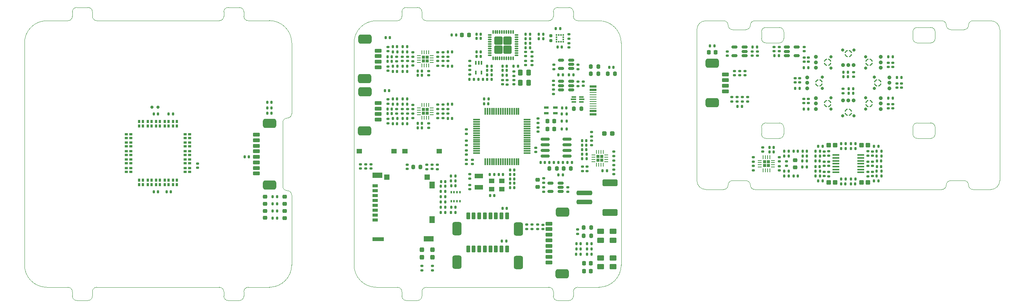
<source format=gtp>
%TF.GenerationSoftware,KiCad,Pcbnew,7.0.2*%
%TF.CreationDate,2023-04-27T15:04:22+02:00*%
%TF.ProjectId,kleinvoet,6b6c6569-6e76-46f6-9574-2e6b69636164,C*%
%TF.SameCoordinates,Original*%
%TF.FileFunction,Paste,Top*%
%TF.FilePolarity,Positive*%
%FSLAX46Y46*%
G04 Gerber Fmt 4.6, Leading zero omitted, Abs format (unit mm)*
G04 Created by KiCad (PCBNEW 7.0.2) date 2023-04-27 15:04:22*
%MOMM*%
%LPD*%
G01*
G04 APERTURE LIST*
G04 Aperture macros list*
%AMRoundRect*
0 Rectangle with rounded corners*
0 $1 Rounding radius*
0 $2 $3 $4 $5 $6 $7 $8 $9 X,Y pos of 4 corners*
0 Add a 4 corners polygon primitive as box body*
4,1,4,$2,$3,$4,$5,$6,$7,$8,$9,$2,$3,0*
0 Add four circle primitives for the rounded corners*
1,1,$1+$1,$2,$3*
1,1,$1+$1,$4,$5*
1,1,$1+$1,$6,$7*
1,1,$1+$1,$8,$9*
0 Add four rect primitives between the rounded corners*
20,1,$1+$1,$2,$3,$4,$5,0*
20,1,$1+$1,$4,$5,$6,$7,0*
20,1,$1+$1,$6,$7,$8,$9,0*
20,1,$1+$1,$8,$9,$2,$3,0*%
G04 Aperture macros list end*
%ADD10C,0.230000*%
%ADD11RoundRect,0.140000X0.170000X-0.140000X0.170000X0.140000X-0.170000X0.140000X-0.170000X-0.140000X0*%
%ADD12RoundRect,0.140000X-0.140000X-0.170000X0.140000X-0.170000X0.140000X0.170000X-0.140000X0.170000X0*%
%ADD13RoundRect,0.140000X0.140000X0.170000X-0.140000X0.170000X-0.140000X-0.170000X0.140000X-0.170000X0*%
%ADD14RoundRect,0.135000X0.135000X0.185000X-0.135000X0.185000X-0.135000X-0.185000X0.135000X-0.185000X0*%
%ADD15RoundRect,0.218750X0.218750X0.256250X-0.218750X0.256250X-0.218750X-0.256250X0.218750X-0.256250X0*%
%ADD16RoundRect,0.135000X-0.135000X-0.185000X0.135000X-0.185000X0.135000X0.185000X-0.135000X0.185000X0*%
%ADD17R,1.300000X1.100000*%
%ADD18R,1.250000X1.000000*%
%ADD19RoundRect,0.200000X-0.200000X-0.275000X0.200000X-0.275000X0.200000X0.275000X-0.200000X0.275000X0*%
%ADD20RoundRect,0.140000X-0.170000X0.140000X-0.170000X-0.140000X0.170000X-0.140000X0.170000X0.140000X0*%
%ADD21R,1.900000X1.100000*%
%ADD22RoundRect,0.135000X-0.185000X0.135000X-0.185000X-0.135000X0.185000X-0.135000X0.185000X0.135000X0*%
%ADD23RoundRect,0.150000X0.512500X0.150000X-0.512500X0.150000X-0.512500X-0.150000X0.512500X-0.150000X0*%
%ADD24RoundRect,0.237500X-0.287500X-0.237500X0.287500X-0.237500X0.287500X0.237500X-0.287500X0.237500X0*%
%ADD25RoundRect,0.250000X1.500000X-0.250000X1.500000X0.250000X-1.500000X0.250000X-1.500000X-0.250000X0*%
%ADD26RoundRect,0.250001X1.449999X-0.499999X1.449999X0.499999X-1.449999X0.499999X-1.449999X-0.499999X0*%
%ADD27R,1.000000X0.375000*%
%ADD28R,1.200000X0.300000*%
%ADD29RoundRect,0.218750X-0.218750X-0.256250X0.218750X-0.256250X0.218750X0.256250X-0.218750X0.256250X0*%
%ADD30RoundRect,0.182500X-0.182500X-0.182500X0.182500X-0.182500X0.182500X0.182500X-0.182500X0.182500X0*%
%ADD31RoundRect,0.062500X-0.350000X-0.062500X0.350000X-0.062500X0.350000X0.062500X-0.350000X0.062500X0*%
%ADD32RoundRect,0.062500X-0.062500X-0.350000X0.062500X-0.350000X0.062500X0.350000X-0.062500X0.350000X0*%
%ADD33RoundRect,0.237500X-0.237500X0.287500X-0.237500X-0.287500X0.237500X-0.287500X0.237500X0.287500X0*%
%ADD34RoundRect,0.135000X0.185000X-0.135000X0.185000X0.135000X-0.185000X0.135000X-0.185000X-0.135000X0*%
%ADD35RoundRect,0.275000X0.275000X-0.375000X0.275000X0.375000X-0.275000X0.375000X-0.275000X-0.375000X0*%
%ADD36RoundRect,0.275000X-0.275000X0.375000X-0.275000X-0.375000X0.275000X-0.375000X0.275000X0.375000X0*%
%ADD37RoundRect,0.075000X0.075000X-0.700000X0.075000X0.700000X-0.075000X0.700000X-0.075000X-0.700000X0*%
%ADD38RoundRect,0.075000X0.700000X-0.075000X0.700000X0.075000X-0.700000X0.075000X-0.700000X-0.075000X0*%
%ADD39RoundRect,0.075000X0.075000X-0.325000X0.075000X0.325000X-0.075000X0.325000X-0.075000X-0.325000X0*%
%ADD40RoundRect,0.075000X-0.075000X0.325000X-0.075000X-0.325000X0.075000X-0.325000X0.075000X0.325000X0*%
%ADD41RoundRect,0.075000X0.325000X0.075000X-0.325000X0.075000X-0.325000X-0.075000X0.325000X-0.075000X0*%
%ADD42RoundRect,0.075000X-0.325000X-0.075000X0.325000X-0.075000X0.325000X0.075000X-0.325000X0.075000X0*%
%ADD43RoundRect,0.111600X-0.788400X0.788400X-0.788400X-0.788400X0.788400X-0.788400X0.788400X0.788400X0*%
%ADD44RoundRect,0.111600X-0.788400X-0.788400X0.788400X-0.788400X0.788400X0.788400X-0.788400X0.788400X0*%
%ADD45RoundRect,0.111600X0.788400X0.788400X-0.788400X0.788400X-0.788400X-0.788400X0.788400X-0.788400X0*%
%ADD46RoundRect,0.111600X0.788400X-0.788400X0.788400X0.788400X-0.788400X0.788400X-0.788400X-0.788400X0*%
%ADD47R,1.500000X0.520000*%
%ADD48R,1.500000X0.280000*%
%ADD49R,1.500000X0.523000*%
%ADD50RoundRect,0.218750X-0.256250X0.218750X-0.256250X-0.218750X0.256250X-0.218750X0.256250X0.218750X0*%
%ADD51RoundRect,0.525000X-0.975000X0.525000X-0.975000X-0.525000X0.975000X-0.525000X0.975000X0.525000X0*%
%ADD52RoundRect,0.200000X-0.600000X0.200000X-0.600000X-0.200000X0.600000X-0.200000X0.600000X0.200000X0*%
%ADD53RoundRect,0.200000X0.600000X-0.200000X0.600000X0.200000X-0.600000X0.200000X-0.600000X-0.200000X0*%
%ADD54RoundRect,0.147500X0.172500X-0.147500X0.172500X0.147500X-0.172500X0.147500X-0.172500X-0.147500X0*%
%ADD55R,0.350000X0.500000*%
%ADD56RoundRect,0.250000X0.287500X0.275000X-0.287500X0.275000X-0.287500X-0.275000X0.287500X-0.275000X0*%
%ADD57RoundRect,0.150000X-0.150000X-0.200000X0.150000X-0.200000X0.150000X0.200000X-0.150000X0.200000X0*%
%ADD58RoundRect,0.200000X0.200000X0.275000X-0.200000X0.275000X-0.200000X-0.275000X0.200000X-0.275000X0*%
%ADD59C,0.900000*%
%ADD60C,0.700000*%
%ADD61R,0.580000X0.720000*%
%ADD62R,0.720000X0.580000*%
%ADD63RoundRect,0.075000X-0.100000X0.350000X-0.100000X-0.350000X0.100000X-0.350000X0.100000X0.350000X0*%
%ADD64R,1.000000X0.600000*%
%ADD65RoundRect,0.250000X-0.287500X-0.275000X0.287500X-0.275000X0.287500X0.275000X-0.287500X0.275000X0*%
%ADD66RoundRect,0.147500X-0.172500X0.147500X-0.172500X-0.147500X0.172500X-0.147500X0.172500X0.147500X0*%
%ADD67RoundRect,0.155000X0.155000X-0.212500X0.155000X0.212500X-0.155000X0.212500X-0.155000X-0.212500X0*%
%ADD68RoundRect,0.147500X-0.147500X-0.172500X0.147500X-0.172500X0.147500X0.172500X-0.147500X0.172500X0*%
%ADD69RoundRect,0.147500X0.147500X0.172500X-0.147500X0.172500X-0.147500X-0.172500X0.147500X-0.172500X0*%
%ADD70RoundRect,0.182500X0.182500X0.182500X-0.182500X0.182500X-0.182500X-0.182500X0.182500X-0.182500X0*%
%ADD71RoundRect,0.062500X0.350000X0.062500X-0.350000X0.062500X-0.350000X-0.062500X0.350000X-0.062500X0*%
%ADD72RoundRect,0.062500X0.062500X0.350000X-0.062500X0.350000X-0.062500X-0.350000X0.062500X-0.350000X0*%
%ADD73RoundRect,0.225000X-0.250000X0.225000X-0.250000X-0.225000X0.250000X-0.225000X0.250000X0.225000X0*%
%ADD74RoundRect,0.150000X-0.512500X-0.150000X0.512500X-0.150000X0.512500X0.150000X-0.512500X0.150000X0*%
%ADD75RoundRect,0.525000X0.975000X-0.525000X0.975000X0.525000X-0.975000X0.525000X-0.975000X-0.525000X0*%
%ADD76RoundRect,0.300000X0.500000X-0.300000X0.500000X0.300000X-0.500000X0.300000X-0.500000X-0.300000X0*%
%ADD77RoundRect,0.525000X-0.525000X-0.975000X0.525000X-0.975000X0.525000X0.975000X-0.525000X0.975000X0*%
%ADD78RoundRect,0.200000X-0.200000X-0.600000X0.200000X-0.600000X0.200000X0.600000X-0.200000X0.600000X0*%
%ADD79RoundRect,0.200000X0.200000X0.600000X-0.200000X0.600000X-0.200000X-0.600000X0.200000X-0.600000X0*%
%ADD80RoundRect,0.150000X0.825000X0.150000X-0.825000X0.150000X-0.825000X-0.150000X0.825000X-0.150000X0*%
%ADD81RoundRect,0.087500X0.712500X-0.087500X0.712500X0.087500X-0.712500X0.087500X-0.712500X-0.087500X0*%
%ADD82RoundRect,0.182500X0.182500X-0.182500X0.182500X0.182500X-0.182500X0.182500X-0.182500X-0.182500X0*%
%ADD83RoundRect,0.062500X0.062500X-0.350000X0.062500X0.350000X-0.062500X0.350000X-0.062500X-0.350000X0*%
%ADD84RoundRect,0.062500X0.350000X-0.062500X0.350000X0.062500X-0.350000X0.062500X-0.350000X-0.062500X0*%
%ADD85R,0.350000X0.375000*%
%ADD86R,0.375000X0.350000*%
%ADD87R,1.250000X0.800000*%
%ADD88R,1.250000X1.160000*%
%ADD89R,2.500000X0.950000*%
%ADD90R,2.200000X1.150000*%
%ADD91R,1.150000X1.500000*%
%TA.AperFunction,Profile*%
%ADD92C,0.050000*%
%TD*%
G04 APERTURE END LIST*
D10*
%TO.C,MK1404*%
X208314175Y-39644166D02*
G75*
G03*
X208765000Y-40094991I690408J239583D01*
G01*
X209244164Y-40094991D02*
G75*
G03*
X209694989Y-39644166I-239583J690408D01*
G01*
X208765000Y-38714175D02*
G75*
G03*
X208314175Y-39165000I239583J-690408D01*
G01*
X209694989Y-39165002D02*
G75*
G03*
X209244164Y-38714177I-690408J-239583D01*
G01*
%TO.C,MK1402*%
X215844166Y-46685825D02*
G75*
G03*
X216294991Y-46235000I-239583J690408D01*
G01*
X216294991Y-45755836D02*
G75*
G03*
X215844166Y-45305011I-690408J-239583D01*
G01*
X214914175Y-46235000D02*
G75*
G03*
X215365000Y-46685825I690408J239583D01*
G01*
X215365002Y-45305011D02*
G75*
G03*
X214914177Y-45755836I239583J-690408D01*
G01*
%TO.C,MK1401*%
X202155834Y-45314175D02*
G75*
G03*
X201705009Y-45765000I239583J-690408D01*
G01*
X201705009Y-46244164D02*
G75*
G03*
X202155834Y-46694989I690408J239583D01*
G01*
X203085825Y-45765000D02*
G75*
G03*
X202635000Y-45314175I-690408J-239583D01*
G01*
X202634998Y-46694989D02*
G75*
G03*
X203085823Y-46244164I-239583J690408D01*
G01*
%TO.C,MK1403*%
X209685825Y-52355834D02*
G75*
G03*
X209235000Y-51905009I-690408J-239583D01*
G01*
X208755836Y-51905009D02*
G75*
G03*
X208305011Y-52355834I239583J-690408D01*
G01*
X209235000Y-53285825D02*
G75*
G03*
X209685825Y-52835000I-239583J690408D01*
G01*
X208305011Y-52834998D02*
G75*
G03*
X208755836Y-53285823I690408J239583D01*
G01*
%TO.C,MK1405*%
X204105834Y-49964175D02*
G75*
G03*
X203655009Y-50415000I239583J-690408D01*
G01*
X203655009Y-50894164D02*
G75*
G03*
X204105834Y-51344989I690408J239583D01*
G01*
X205035825Y-50415000D02*
G75*
G03*
X204585000Y-49964175I-690408J-239583D01*
G01*
X204584998Y-51344989D02*
G75*
G03*
X205035823Y-50894164I-239583J690408D01*
G01*
%TO.C,MK1407*%
X204105834Y-40664175D02*
G75*
G03*
X203655009Y-41115000I239583J-690408D01*
G01*
X203655009Y-41594164D02*
G75*
G03*
X204105834Y-42044989I690408J239583D01*
G01*
X205035825Y-41115000D02*
G75*
G03*
X204585000Y-40664175I-690408J-239583D01*
G01*
X204584998Y-42044989D02*
G75*
G03*
X205035823Y-41594164I-239583J690408D01*
G01*
%TO.C,MK1406*%
X213894166Y-42035825D02*
G75*
G03*
X214344991Y-41585000I-239583J690408D01*
G01*
X214344991Y-41105836D02*
G75*
G03*
X213894166Y-40655011I-690408J-239583D01*
G01*
X212964175Y-41585000D02*
G75*
G03*
X213415000Y-42035825I690408J239583D01*
G01*
X213415002Y-40655011D02*
G75*
G03*
X212964177Y-41105836I239583J-690408D01*
G01*
%TO.C,MK1408*%
X213894166Y-51335825D02*
G75*
G03*
X214344991Y-50885000I-239583J690408D01*
G01*
X214344991Y-50405836D02*
G75*
G03*
X213894166Y-49955011I-690408J-239583D01*
G01*
X212964175Y-50885000D02*
G75*
G03*
X213415000Y-51335825I690408J239583D01*
G01*
X213415002Y-49955011D02*
G75*
G03*
X212964177Y-50405836I239583J-690408D01*
G01*
%TD*%
D11*
%TO.C,C502*%
X105600000Y-43280000D03*
X105600000Y-42320000D03*
%TD*%
%TO.C,C501*%
X105603750Y-38880000D03*
X105603750Y-37920000D03*
%TD*%
D12*
%TO.C,C903*%
X153820000Y-65800000D03*
X154780000Y-65800000D03*
%TD*%
D13*
%TO.C,C904*%
X150180000Y-59000000D03*
X149220000Y-59000000D03*
%TD*%
D14*
%TO.C,R905*%
X151317800Y-84600000D03*
X150297800Y-84600000D03*
%TD*%
D15*
%TO.C,D901*%
X151195300Y-86600000D03*
X149620300Y-86600000D03*
%TD*%
%TO.C,D902*%
X151195300Y-88400000D03*
X149620300Y-88400000D03*
%TD*%
D16*
%TO.C,R908*%
X147897800Y-84600000D03*
X148917800Y-84600000D03*
%TD*%
D17*
%TO.C,Y101*%
X128862400Y-69950000D03*
X131162400Y-69950000D03*
X131162400Y-68050000D03*
X128862400Y-68050000D03*
%TD*%
D18*
%TO.C,SW101*%
X106950000Y-61400000D03*
X99200000Y-61400000D03*
%TD*%
D19*
%TO.C,R209*%
X147375000Y-51800000D03*
X149025000Y-51800000D03*
%TD*%
D11*
%TO.C,CB401*%
X133900000Y-46330000D03*
X133900000Y-45370000D03*
%TD*%
D20*
%TO.C,C101*%
X139300000Y-56020000D03*
X139300000Y-56980000D03*
%TD*%
%TO.C,C103*%
X123200000Y-63320000D03*
X123200000Y-64280000D03*
%TD*%
D13*
%TO.C,C104*%
X131480000Y-66600000D03*
X130520000Y-66600000D03*
%TD*%
D11*
%TO.C,C105*%
X124012400Y-69930000D03*
X124012400Y-68970000D03*
%TD*%
D20*
%TO.C,C106*%
X124012400Y-66570000D03*
X124012400Y-67530000D03*
%TD*%
D12*
%TO.C,C403*%
X131320000Y-43200000D03*
X132280000Y-43200000D03*
%TD*%
D11*
%TO.C,CB102*%
X109900000Y-65380000D03*
X109900000Y-64420000D03*
%TD*%
D20*
%TO.C,CB101*%
X139300000Y-54020000D03*
X139300000Y-54980000D03*
%TD*%
D11*
%TO.C,CB103*%
X123212400Y-62130000D03*
X123212400Y-61170000D03*
%TD*%
D20*
%TO.C,CB104*%
X138800000Y-60570000D03*
X138800000Y-61530000D03*
%TD*%
D12*
%TO.C,CB105*%
X127220000Y-50700000D03*
X128180000Y-50700000D03*
%TD*%
D20*
%TO.C,CB106*%
X124600000Y-63320000D03*
X124600000Y-64280000D03*
%TD*%
%TO.C,CB107*%
X115500000Y-64420000D03*
X115500000Y-65380000D03*
%TD*%
D19*
%TO.C,R208*%
X151175000Y-43900000D03*
X152825000Y-43900000D03*
%TD*%
D21*
%TO.C,Y102*%
X126012400Y-69500000D03*
X126012400Y-67000000D03*
%TD*%
D14*
%TO.C,R106*%
X129510000Y-66600000D03*
X128490000Y-66600000D03*
%TD*%
D22*
%TO.C,R101*%
X123212400Y-58990000D03*
X123212400Y-60010000D03*
%TD*%
D18*
%TO.C,SW102*%
X109400000Y-61400000D03*
X117150000Y-61400000D03*
%TD*%
D23*
%TO.C,U903*%
X146737500Y-42750000D03*
X146737500Y-41800000D03*
X146737500Y-40850000D03*
X144462500Y-40850000D03*
X144462500Y-42750000D03*
%TD*%
D24*
%TO.C,F901*%
X154225000Y-57400000D03*
X155975000Y-57400000D03*
%TD*%
D25*
%TO.C,J201*%
X149750000Y-72800000D03*
X149750000Y-70800000D03*
D26*
X155500000Y-75150000D03*
X155500000Y-68450000D03*
%TD*%
D11*
%TO.C,C910*%
X142862500Y-42880000D03*
X142862500Y-41920000D03*
%TD*%
D27*
%TO.C,U201*%
X147325000Y-49162500D03*
D28*
X147250000Y-49700000D03*
D27*
X147325000Y-50237500D03*
X149025000Y-50237500D03*
D28*
X149100000Y-49700000D03*
D27*
X149025000Y-49162500D03*
%TD*%
D29*
%TO.C,D103*%
X141412500Y-54600000D03*
X142987500Y-54600000D03*
%TD*%
D16*
%TO.C,R105*%
X144690000Y-54600000D03*
X145710000Y-54600000D03*
%TD*%
D12*
%TO.C,C102*%
X128532400Y-71400000D03*
X129492400Y-71400000D03*
%TD*%
D30*
%TO.C,U801*%
X113580000Y-51980000D03*
X113580000Y-52820000D03*
X114420000Y-51980000D03*
X114420000Y-52820000D03*
D31*
X112537500Y-51650000D03*
X112537500Y-52150000D03*
X112537500Y-52650000D03*
X112537500Y-53150000D03*
D32*
X113250000Y-53862500D03*
X113750000Y-53862500D03*
X114250000Y-53862500D03*
X114750000Y-53862500D03*
D31*
X115462500Y-53150000D03*
X115462500Y-52650000D03*
X115462500Y-52150000D03*
X115462500Y-51650000D03*
D32*
X114750000Y-50937500D03*
X114250000Y-50937500D03*
X113750000Y-50937500D03*
X113250000Y-50937500D03*
%TD*%
D30*
%TO.C,U701*%
X113580000Y-40180000D03*
X113580000Y-41020000D03*
X114420000Y-40180000D03*
X114420000Y-41020000D03*
D31*
X112537500Y-39850000D03*
X112537500Y-40350000D03*
X112537500Y-40850000D03*
X112537500Y-41350000D03*
D32*
X113250000Y-42062500D03*
X113750000Y-42062500D03*
X114250000Y-42062500D03*
X114750000Y-42062500D03*
D31*
X115462500Y-41350000D03*
X115462500Y-40850000D03*
X115462500Y-40350000D03*
X115462500Y-39850000D03*
D32*
X114750000Y-39137500D03*
X114250000Y-39137500D03*
X113750000Y-39137500D03*
X113250000Y-39137500D03*
%TD*%
D13*
%TO.C,C401*%
X126480000Y-36000000D03*
X125520000Y-36000000D03*
%TD*%
%TO.C,C402*%
X126480000Y-39000000D03*
X125520000Y-39000000D03*
%TD*%
%TO.C,C405*%
X126480000Y-35000000D03*
X125520000Y-35000000D03*
%TD*%
%TO.C,C406*%
X126480000Y-40000000D03*
X125520000Y-40000000D03*
%TD*%
D12*
%TO.C,C407*%
X131320000Y-42200000D03*
X132280000Y-42200000D03*
%TD*%
D13*
%TO.C,C409*%
X128880000Y-43200000D03*
X127920000Y-43200000D03*
%TD*%
%TO.C,C410*%
X128880000Y-42200000D03*
X127920000Y-42200000D03*
%TD*%
D20*
%TO.C,C411*%
X136540000Y-41010000D03*
X136540000Y-41970000D03*
%TD*%
%TO.C,C412*%
X138000000Y-41010000D03*
X138000000Y-41970000D03*
%TD*%
%TO.C,C413*%
X131350000Y-45370000D03*
X131350000Y-46330000D03*
%TD*%
D12*
%TO.C,C414*%
X131320000Y-44300000D03*
X132280000Y-44300000D03*
%TD*%
D13*
%TO.C,C701*%
X107680000Y-43400000D03*
X106720000Y-43400000D03*
%TD*%
%TO.C,C702*%
X107680000Y-37800000D03*
X106720000Y-37800000D03*
%TD*%
D20*
%TO.C,C703*%
X108800000Y-40120000D03*
X108800000Y-41080000D03*
%TD*%
D11*
%TO.C,C706*%
X111200000Y-42080000D03*
X111200000Y-41120000D03*
%TD*%
D20*
%TO.C,C707*%
X111200000Y-39120000D03*
X111200000Y-40080000D03*
%TD*%
D12*
%TO.C,C708*%
X112320000Y-43300000D03*
X113280000Y-43300000D03*
%TD*%
D13*
%TO.C,C709*%
X120000000Y-42200000D03*
X119040000Y-42200000D03*
%TD*%
D11*
%TO.C,C710*%
X119120000Y-41080000D03*
X119120000Y-40120000D03*
%TD*%
D12*
%TO.C,C711*%
X119040000Y-39000000D03*
X120000000Y-39000000D03*
%TD*%
D13*
%TO.C,C801*%
X107680000Y-55200000D03*
X106720000Y-55200000D03*
%TD*%
%TO.C,C802*%
X107680000Y-49600000D03*
X106720000Y-49600000D03*
%TD*%
D20*
%TO.C,C803*%
X108800000Y-51920000D03*
X108800000Y-52880000D03*
%TD*%
D11*
%TO.C,C806*%
X111200000Y-53880000D03*
X111200000Y-52920000D03*
%TD*%
D20*
%TO.C,C807*%
X111200000Y-50920000D03*
X111200000Y-51880000D03*
%TD*%
D12*
%TO.C,C808*%
X112320000Y-55100000D03*
X113280000Y-55100000D03*
%TD*%
D13*
%TO.C,C809*%
X120000000Y-54000000D03*
X119040000Y-54000000D03*
%TD*%
D11*
%TO.C,C810*%
X119120000Y-52880000D03*
X119120000Y-51920000D03*
%TD*%
D12*
%TO.C,C811*%
X119040000Y-50800000D03*
X120000000Y-50800000D03*
%TD*%
D33*
%TO.C,D101*%
X115600000Y-83525000D03*
X115600000Y-85275000D03*
%TD*%
%TO.C,D102*%
X113200000Y-83525000D03*
X113200000Y-85275000D03*
%TD*%
D29*
%TO.C,D104*%
X141412500Y-56400000D03*
X142987500Y-56400000D03*
%TD*%
D34*
%TO.C,R102*%
X115600000Y-88225000D03*
X115600000Y-87205000D03*
%TD*%
%TO.C,R103*%
X113200000Y-88225000D03*
X113200000Y-87205000D03*
%TD*%
D16*
%TO.C,R107*%
X144690000Y-56400000D03*
X145710000Y-56400000D03*
%TD*%
D22*
%TO.C,R404*%
X133900000Y-43390000D03*
X133900000Y-44410000D03*
%TD*%
D16*
%TO.C,R407*%
X139490000Y-36050000D03*
X140510000Y-36050000D03*
%TD*%
%TO.C,R408*%
X139490000Y-35050000D03*
X140510000Y-35050000D03*
%TD*%
D34*
%TO.C,R414*%
X132400000Y-46360000D03*
X132400000Y-45340000D03*
%TD*%
D14*
%TO.C,R701*%
X107710000Y-42200000D03*
X106690000Y-42200000D03*
%TD*%
%TO.C,R702*%
X107710000Y-39000000D03*
X106690000Y-39000000D03*
%TD*%
%TO.C,R703*%
X109910000Y-42200000D03*
X108890000Y-42200000D03*
%TD*%
%TO.C,R704*%
X109910000Y-39000000D03*
X108890000Y-39000000D03*
%TD*%
%TO.C,R705*%
X109910000Y-43400000D03*
X108890000Y-43400000D03*
%TD*%
%TO.C,R706*%
X109910000Y-37800000D03*
X108890000Y-37800000D03*
%TD*%
D22*
%TO.C,R709*%
X118000000Y-41090000D03*
X118000000Y-42110000D03*
%TD*%
D34*
%TO.C,R710*%
X118000000Y-40110000D03*
X118000000Y-39090000D03*
%TD*%
D14*
%TO.C,R801*%
X107710000Y-54000000D03*
X106690000Y-54000000D03*
%TD*%
%TO.C,R802*%
X107710000Y-50800000D03*
X106690000Y-50800000D03*
%TD*%
%TO.C,R803*%
X109910000Y-54000000D03*
X108890000Y-54000000D03*
%TD*%
%TO.C,R804*%
X109910000Y-50800000D03*
X108890000Y-50800000D03*
%TD*%
%TO.C,R805*%
X109910000Y-55200000D03*
X108890000Y-55200000D03*
%TD*%
%TO.C,R806*%
X109910000Y-49600000D03*
X108890000Y-49600000D03*
%TD*%
D22*
%TO.C,R809*%
X118000000Y-52890000D03*
X118000000Y-53910000D03*
%TD*%
D34*
%TO.C,R810*%
X118000000Y-51910000D03*
X118000000Y-50890000D03*
%TD*%
D35*
%TO.C,X401*%
X137200000Y-46000000D03*
X137200000Y-43700000D03*
D36*
X135300000Y-43700000D03*
X135300000Y-46000000D03*
%TD*%
D20*
%TO.C,C408*%
X136550000Y-39020000D03*
X136550000Y-39980000D03*
%TD*%
D37*
%TO.C,U101*%
X127450000Y-63717200D03*
X127950000Y-63717200D03*
X128450000Y-63717200D03*
X128950000Y-63717200D03*
X129450000Y-63717200D03*
X129950000Y-63717200D03*
X130450000Y-63717200D03*
X130950000Y-63717200D03*
X131450000Y-63717200D03*
X131950000Y-63717200D03*
X132450000Y-63717200D03*
X132950000Y-63717200D03*
X133450000Y-63717200D03*
X133950000Y-63717200D03*
X134450000Y-63717200D03*
X134950000Y-63717200D03*
D38*
X136875000Y-61792200D03*
X136875000Y-61292200D03*
X136875000Y-60792200D03*
X136875000Y-60292200D03*
X136875000Y-59792200D03*
X136875000Y-59292200D03*
X136875000Y-58792200D03*
X136875000Y-58292200D03*
X136875000Y-57792200D03*
X136875000Y-57292200D03*
X136875000Y-56792200D03*
X136875000Y-56292200D03*
X136875000Y-55792200D03*
X136875000Y-55292200D03*
X136875000Y-54792200D03*
X136875000Y-54292200D03*
D37*
X134950000Y-52367200D03*
X134450000Y-52367200D03*
X133950000Y-52367200D03*
X133450000Y-52367200D03*
X132950000Y-52367200D03*
X132450000Y-52367200D03*
X131950000Y-52367200D03*
X131450000Y-52367200D03*
X130950000Y-52367200D03*
X130450000Y-52367200D03*
X129950000Y-52367200D03*
X129450000Y-52367200D03*
X128950000Y-52367200D03*
X128450000Y-52367200D03*
X127950000Y-52367200D03*
X127450000Y-52367200D03*
D38*
X125525000Y-54292200D03*
X125525000Y-54792200D03*
X125525000Y-55292200D03*
X125525000Y-55792200D03*
X125525000Y-56292200D03*
X125525000Y-56792200D03*
X125525000Y-57292200D03*
X125525000Y-57792200D03*
X125525000Y-58292200D03*
X125525000Y-58792200D03*
X125525000Y-59292200D03*
X125525000Y-59792200D03*
X125525000Y-60292200D03*
X125525000Y-60792200D03*
X125525000Y-61292200D03*
X125525000Y-61792200D03*
%TD*%
D16*
%TO.C,R205*%
X117490000Y-70400000D03*
X118510000Y-70400000D03*
%TD*%
D39*
%TO.C,U401*%
X129215000Y-40500000D03*
X129715000Y-40500000D03*
X130215000Y-40500000D03*
X130715000Y-40500000D03*
X131215000Y-40500000D03*
D40*
X131715000Y-40500000D03*
X132215000Y-40500000D03*
X132715000Y-40500000D03*
X133215000Y-40500000D03*
X133715000Y-40500000D03*
D41*
X134465000Y-39750000D03*
X134465000Y-39250000D03*
X134465000Y-38750000D03*
X134465000Y-38250000D03*
X134465000Y-37750000D03*
D42*
X134465000Y-37250000D03*
X134465000Y-36750000D03*
X134465000Y-36250000D03*
X134465000Y-35750000D03*
X134465000Y-35250000D03*
D40*
X133715000Y-34500000D03*
X133215000Y-34500000D03*
X132715000Y-34500000D03*
X132215000Y-34500000D03*
X131715000Y-34500000D03*
D39*
X131215000Y-34500000D03*
X130715000Y-34500000D03*
X130215000Y-34500000D03*
X129715000Y-34500000D03*
X129215000Y-34500000D03*
D42*
X128465000Y-35250000D03*
X128465000Y-35750000D03*
X128465000Y-36250000D03*
X128465000Y-36750000D03*
X128465000Y-37250000D03*
D41*
X128465000Y-37750000D03*
X128465000Y-38250000D03*
X128465000Y-38750000D03*
X128465000Y-39250000D03*
X128465000Y-39750000D03*
D43*
X130465000Y-38500000D03*
D44*
X132465000Y-38500000D03*
D45*
X130465000Y-36500000D03*
D46*
X132465000Y-36500000D03*
%TD*%
D47*
%TO.C,J206*%
X151650000Y-53050000D03*
X151650000Y-52300000D03*
D48*
X151650000Y-51700000D03*
X151650000Y-50200000D03*
X151650000Y-49200000D03*
X151650000Y-48200000D03*
D47*
X151650000Y-47600000D03*
D49*
X151650000Y-46850000D03*
D47*
X151650000Y-46850000D03*
X151650000Y-47600000D03*
D48*
X151650000Y-48700000D03*
X151650000Y-49700000D03*
X151650000Y-50700000D03*
X151650000Y-51200000D03*
D47*
X151650000Y-52300000D03*
X151650000Y-53050000D03*
%TD*%
D50*
%TO.C,D304*%
X82400000Y-71625000D03*
X82400000Y-73200000D03*
%TD*%
D13*
%TO.C,C305*%
X54000000Y-52950000D03*
X53040000Y-52950000D03*
%TD*%
D14*
%TO.C,R305*%
X80710000Y-71600000D03*
X79690000Y-71600000D03*
%TD*%
D12*
%TO.C,C303*%
X56370000Y-52950000D03*
X57330000Y-52950000D03*
%TD*%
D50*
%TO.C,D305*%
X78000000Y-71612500D03*
X78000000Y-73187500D03*
%TD*%
D20*
%TO.C,C304*%
X62900000Y-64145000D03*
X62900000Y-65105000D03*
%TD*%
D16*
%TO.C,R304*%
X79690000Y-73200000D03*
X80710000Y-73200000D03*
%TD*%
D51*
%TO.C,J601*%
X100450000Y-47975000D03*
X100400000Y-56825000D03*
D52*
X103400000Y-54275000D03*
D53*
X103400000Y-53025000D03*
X103400000Y-51775000D03*
X103400000Y-50525000D03*
%TD*%
D20*
%TO.C,C804*%
X110000000Y-51920000D03*
X110000000Y-52880000D03*
%TD*%
%TO.C,CB1403*%
X199050000Y-40270000D03*
X199050000Y-41230000D03*
%TD*%
D14*
%TO.C,R1402*%
X120810000Y-67000000D03*
X119790000Y-67000000D03*
%TD*%
%TO.C,R1628*%
X208390000Y-67600000D03*
X207370000Y-67600000D03*
%TD*%
D22*
%TO.C,R1607*%
X187700000Y-62690000D03*
X187700000Y-63710000D03*
%TD*%
D16*
%TO.C,R1605*%
X194590000Y-61400000D03*
X195610000Y-61400000D03*
%TD*%
D22*
%TO.C,R1514*%
X213400000Y-65990000D03*
X213400000Y-67010000D03*
%TD*%
D14*
%TO.C,R409*%
X137510000Y-37050000D03*
X136490000Y-37050000D03*
%TD*%
D11*
%TO.C,CB1404*%
X219900000Y-47080000D03*
X219900000Y-46120000D03*
%TD*%
D19*
%TO.C,R206*%
X111275000Y-64900000D03*
X112925000Y-64900000D03*
%TD*%
D14*
%TO.C,R303*%
X80710000Y-76400000D03*
X79690000Y-76400000D03*
%TD*%
D54*
%TO.C,FB102*%
X138000000Y-78885000D03*
X138000000Y-77915000D03*
%TD*%
D11*
%TO.C,C1505*%
X220900000Y-47080000D03*
X220900000Y-46120000D03*
%TD*%
D13*
%TO.C,CB903*%
X148880000Y-83400000D03*
X147920000Y-83400000D03*
%TD*%
D16*
%TO.C,R201*%
X117490000Y-75200000D03*
X118510000Y-75200000D03*
%TD*%
D12*
%TO.C,CB1607*%
X201620000Y-64800000D03*
X202580000Y-64800000D03*
%TD*%
D20*
%TO.C,C306*%
X140400000Y-77940000D03*
X140400000Y-78900000D03*
%TD*%
D12*
%TO.C,CB907*%
X143920000Y-66700000D03*
X144880000Y-66700000D03*
%TD*%
D55*
%TO.C,U1401*%
X119825000Y-70575000D03*
X120475000Y-70575000D03*
X121125000Y-70575000D03*
X121775000Y-70575000D03*
X121775000Y-72625000D03*
X121125000Y-72625000D03*
X120475000Y-72625000D03*
X119825000Y-72625000D03*
%TD*%
D56*
%TO.C,C1608*%
X213412500Y-68400000D03*
X211987500Y-68400000D03*
%TD*%
D34*
%TO.C,R207*%
X123200000Y-57510000D03*
X123200000Y-56490000D03*
%TD*%
D16*
%TO.C,R204*%
X117490000Y-71600000D03*
X118510000Y-71600000D03*
%TD*%
D13*
%TO.C,C1606*%
X197680000Y-61400000D03*
X196720000Y-61400000D03*
%TD*%
D12*
%TO.C,CB1408*%
X207920000Y-43600000D03*
X208880000Y-43600000D03*
%TD*%
D20*
%TO.C,CB1401*%
X200000000Y-49570000D03*
X200000000Y-50530000D03*
%TD*%
D16*
%TO.C,R1618*%
X215390000Y-67000000D03*
X216410000Y-67000000D03*
%TD*%
D22*
%TO.C,C1602*%
X195100000Y-63690000D03*
X195100000Y-64710000D03*
%TD*%
D13*
%TO.C,CB904*%
X148880000Y-82200000D03*
X147920000Y-82200000D03*
%TD*%
D11*
%TO.C,C909*%
X140600000Y-70480000D03*
X140600000Y-69520000D03*
%TD*%
D12*
%TO.C,C404*%
X125970000Y-45200000D03*
X126930000Y-45200000D03*
%TD*%
D34*
%TO.C,R402*%
X124000000Y-44110000D03*
X124000000Y-43090000D03*
%TD*%
D57*
%TO.C,D301*%
X54000000Y-51450000D03*
X52600000Y-51450000D03*
%TD*%
D11*
%TO.C,C202*%
X99400000Y-65280000D03*
X99400000Y-64320000D03*
%TD*%
%TO.C,C1503*%
X218950000Y-42430000D03*
X218950000Y-41470000D03*
%TD*%
D20*
%TO.C,CB1201*%
X146300000Y-37070000D03*
X146300000Y-38030000D03*
%TD*%
D13*
%TO.C,CB201*%
X118480000Y-68200000D03*
X117520000Y-68200000D03*
%TD*%
D58*
%TO.C,R916*%
X143525000Y-65300000D03*
X141875000Y-65300000D03*
%TD*%
D34*
%TO.C,R912*%
X156300000Y-62510000D03*
X156300000Y-61490000D03*
%TD*%
D14*
%TO.C,R906*%
X150210000Y-63100000D03*
X149190000Y-63100000D03*
%TD*%
D22*
%TO.C,R1609*%
X210200000Y-43590000D03*
X210200000Y-44610000D03*
%TD*%
D16*
%TO.C,R202*%
X117490000Y-74000000D03*
X118510000Y-74000000D03*
%TD*%
D13*
%TO.C,CB1202*%
X144680000Y-37950000D03*
X143720000Y-37950000D03*
%TD*%
D12*
%TO.C,C415*%
X127920000Y-44200000D03*
X128880000Y-44200000D03*
%TD*%
D16*
%TO.C,R1635*%
X202190000Y-60300000D03*
X203210000Y-60300000D03*
%TD*%
D11*
%TO.C,CB1406*%
X217950000Y-51730000D03*
X217950000Y-50770000D03*
%TD*%
D59*
%TO.C,MK1404*%
X210200000Y-42020000D03*
D60*
X210270000Y-38610000D03*
X207730000Y-38610000D03*
D59*
X207800000Y-42020000D03*
X209000000Y-42020000D03*
%TD*%
D16*
%TO.C,R921*%
X146290000Y-44200000D03*
X147310000Y-44200000D03*
%TD*%
D54*
%TO.C,FB101*%
X136800000Y-78885000D03*
X136800000Y-77915000D03*
%TD*%
D61*
%TO.C,U301*%
X58225000Y-54665000D03*
X57375000Y-54665000D03*
X56325000Y-54665000D03*
X55475000Y-54665000D03*
X54425000Y-54665000D03*
X53575000Y-54665000D03*
X52525000Y-54665000D03*
X51675000Y-54665000D03*
X50625000Y-54665000D03*
X49775000Y-54665000D03*
X58225000Y-55665000D03*
X57375000Y-55665000D03*
X56325000Y-55665000D03*
X55475000Y-55665000D03*
X54425000Y-55665000D03*
X53575000Y-55665000D03*
X52525000Y-55665000D03*
X51675000Y-55665000D03*
X50625000Y-55665000D03*
X49775000Y-55665000D03*
D62*
X61100000Y-57540000D03*
X60100000Y-57540000D03*
X47900000Y-57540000D03*
X46900000Y-57540000D03*
X61100000Y-58390000D03*
X60100000Y-58390000D03*
X47900000Y-58390000D03*
X46900000Y-58390000D03*
X61100000Y-59440000D03*
X60100000Y-59440000D03*
X47900000Y-59440000D03*
X46900000Y-59440000D03*
X61100000Y-60290000D03*
X60100000Y-60290000D03*
X47900000Y-60290000D03*
X46900000Y-60290000D03*
X61100000Y-61340000D03*
X60100000Y-61340000D03*
X47900000Y-61340000D03*
X46900000Y-61340000D03*
X61100000Y-62190000D03*
X60100000Y-62190000D03*
X47900000Y-62190000D03*
X46900000Y-62190000D03*
X61100000Y-63240000D03*
X60100000Y-63240000D03*
X47900000Y-63240000D03*
X46900000Y-63240000D03*
X61100000Y-64090000D03*
X60100000Y-64090000D03*
X47900000Y-64090000D03*
X46900000Y-64090000D03*
X61100000Y-65140000D03*
X60100000Y-65140000D03*
X47900000Y-65140000D03*
X46900000Y-65140000D03*
X61100000Y-65990000D03*
X60100000Y-65990000D03*
X47900000Y-65990000D03*
X46900000Y-65990000D03*
D61*
X58225000Y-67865000D03*
X57375000Y-67865000D03*
X56325000Y-67865000D03*
X55475000Y-67865000D03*
X54425000Y-67865000D03*
X53575000Y-67865000D03*
X52525000Y-67865000D03*
X51675000Y-67865000D03*
X50625000Y-67865000D03*
X49775000Y-67865000D03*
X58225000Y-68865000D03*
X57375000Y-68865000D03*
X56325000Y-68865000D03*
X55475000Y-68865000D03*
X54425000Y-68865000D03*
X53575000Y-68865000D03*
X52525000Y-68865000D03*
X51675000Y-68865000D03*
X50625000Y-68865000D03*
X49775000Y-68865000D03*
%TD*%
D63*
%TO.C,U402*%
X126650000Y-41500000D03*
X126000000Y-41500000D03*
X125350000Y-41500000D03*
X125350000Y-43700000D03*
X126650000Y-43700000D03*
%TD*%
D20*
%TO.C,CB1405*%
X198100000Y-44920000D03*
X198100000Y-45880000D03*
%TD*%
D64*
%TO.C,D105*%
X141200000Y-51550000D03*
X141200000Y-52850000D03*
X143200000Y-52850000D03*
X143200000Y-51550000D03*
%TD*%
D16*
%TO.C,R1622*%
X209590000Y-60800000D03*
X210610000Y-60800000D03*
%TD*%
D20*
%TO.C,C704*%
X110000000Y-40120000D03*
X110000000Y-41080000D03*
%TD*%
D12*
%TO.C,CB1409*%
X119820000Y-73975000D03*
X120780000Y-73975000D03*
%TD*%
D11*
%TO.C,CB1602*%
X189780000Y-61480000D03*
X189780000Y-60520000D03*
%TD*%
D12*
%TO.C,CB1301*%
X139920000Y-63900000D03*
X140880000Y-63900000D03*
%TD*%
D14*
%TO.C,R1612*%
X198110000Y-47200000D03*
X197090000Y-47200000D03*
%TD*%
D65*
%TO.C,C1613*%
X204587500Y-68400000D03*
X206012500Y-68400000D03*
%TD*%
D20*
%TO.C,C1006*%
X192300000Y-37920000D03*
X192300000Y-38880000D03*
%TD*%
D11*
%TO.C,C1501*%
X197100000Y-45880000D03*
X197100000Y-44920000D03*
%TD*%
D66*
%TO.C,FB201*%
X100600000Y-64315000D03*
X100600000Y-65285000D03*
%TD*%
D12*
%TO.C,CB1606*%
X209600000Y-68700000D03*
X210560000Y-68700000D03*
%TD*%
D67*
%TO.C,C1201*%
X142200000Y-36517500D03*
X142200000Y-35382500D03*
%TD*%
D20*
%TO.C,C1610*%
X214400000Y-61420000D03*
X214400000Y-62380000D03*
%TD*%
D59*
%TO.C,MK1402*%
X218220000Y-44800000D03*
D60*
X214810000Y-44730000D03*
X214810000Y-47270000D03*
D59*
X218220000Y-47200000D03*
X218220000Y-46000000D03*
%TD*%
D12*
%TO.C,C301*%
X78520000Y-52800000D03*
X79480000Y-52800000D03*
%TD*%
D50*
%TO.C,D904*%
X139200000Y-67812500D03*
X139200000Y-69387500D03*
%TD*%
D13*
%TO.C,CB1407*%
X210080000Y-48300000D03*
X209120000Y-48300000D03*
%TD*%
D19*
%TO.C,R913*%
X149582800Y-78600000D03*
X151232800Y-78600000D03*
%TD*%
D16*
%TO.C,R1403*%
X119790000Y-75200000D03*
X120810000Y-75200000D03*
%TD*%
%TO.C,R405*%
X133840000Y-42200000D03*
X134860000Y-42200000D03*
%TD*%
D59*
%TO.C,MK1401*%
X199780000Y-47200000D03*
D60*
X203190000Y-47270000D03*
X203190000Y-44730000D03*
D59*
X199780000Y-44800000D03*
X199780000Y-46000000D03*
%TD*%
D68*
%TO.C,FB501*%
X105500000Y-40100000D03*
X106470000Y-40100000D03*
%TD*%
D19*
%TO.C,R914*%
X149582800Y-80414000D03*
X151232800Y-80414000D03*
%TD*%
D13*
%TO.C,C302*%
X79480000Y-50400000D03*
X78520000Y-50400000D03*
%TD*%
D11*
%TO.C,C1604*%
X193500000Y-65680000D03*
X193500000Y-64720000D03*
%TD*%
D13*
%TO.C,C901*%
X133980000Y-69600000D03*
X133020000Y-69600000D03*
%TD*%
%TO.C,C1605*%
X192260000Y-60500000D03*
X191300000Y-60500000D03*
%TD*%
D69*
%TO.C,FB302*%
X56885000Y-70500000D03*
X55915000Y-70500000D03*
%TD*%
D14*
%TO.C,R411*%
X137510000Y-38050000D03*
X136490000Y-38050000D03*
%TD*%
D22*
%TO.C,R917*%
X156300000Y-63490000D03*
X156300000Y-64510000D03*
%TD*%
D14*
%TO.C,R1613*%
X200010000Y-51850000D03*
X198990000Y-51850000D03*
%TD*%
D68*
%TO.C,FB901*%
X133015000Y-68600000D03*
X133985000Y-68600000D03*
%TD*%
%TO.C,FB502*%
X105500000Y-41100000D03*
X106470000Y-41100000D03*
%TD*%
D16*
%TO.C,R412*%
X136490000Y-36050000D03*
X137510000Y-36050000D03*
%TD*%
D34*
%TO.C,R1610*%
X207800000Y-48310000D03*
X207800000Y-47290000D03*
%TD*%
D11*
%TO.C,C602*%
X105600000Y-55080000D03*
X105600000Y-54120000D03*
%TD*%
D59*
%TO.C,MK1403*%
X207800000Y-49980000D03*
D60*
X207730000Y-53390000D03*
X210270000Y-53390000D03*
D59*
X210200000Y-49980000D03*
X209000000Y-49980000D03*
%TD*%
D12*
%TO.C,CB1605*%
X209620000Y-59700000D03*
X210580000Y-59700000D03*
%TD*%
D34*
%TO.C,R401*%
X124000000Y-42110000D03*
X124000000Y-41090000D03*
%TD*%
D11*
%TO.C,C905*%
X148262500Y-42880000D03*
X148262500Y-41920000D03*
%TD*%
D20*
%TO.C,C1603*%
X193500000Y-62720000D03*
X193500000Y-63680000D03*
%TD*%
D14*
%TO.C,R1626*%
X202610000Y-65900000D03*
X201590000Y-65900000D03*
%TD*%
D34*
%TO.C,R108*%
X114300000Y-65410000D03*
X114300000Y-64390000D03*
%TD*%
D11*
%TO.C,C1507*%
X218950000Y-51730000D03*
X218950000Y-50770000D03*
%TD*%
D20*
%TO.C,C1005*%
X185800000Y-43320000D03*
X185800000Y-44280000D03*
%TD*%
D15*
%TO.C,D1001*%
X179205000Y-39120000D03*
X177630000Y-39120000D03*
%TD*%
D70*
%TO.C,U1701*%
X191020000Y-64620000D03*
X191020000Y-63780000D03*
X190180000Y-64620000D03*
X190180000Y-63780000D03*
D71*
X192062500Y-64950000D03*
X192062500Y-64450000D03*
X192062500Y-63950000D03*
X192062500Y-63450000D03*
D72*
X191350000Y-62737500D03*
X190850000Y-62737500D03*
X190350000Y-62737500D03*
X189850000Y-62737500D03*
D71*
X189137500Y-63450000D03*
X189137500Y-63950000D03*
X189137500Y-64450000D03*
X189137500Y-64950000D03*
D72*
X189850000Y-65662500D03*
X190350000Y-65662500D03*
X190850000Y-65662500D03*
X191350000Y-65662500D03*
%TD*%
D20*
%TO.C,CB1001*%
X193500000Y-37920000D03*
X193500000Y-38880000D03*
%TD*%
D56*
%TO.C,C1614*%
X213412500Y-60000000D03*
X211987500Y-60000000D03*
%TD*%
D20*
%TO.C,C911*%
X149500000Y-45720000D03*
X149500000Y-46680000D03*
%TD*%
D34*
%TO.C,R707*%
X116800000Y-42110000D03*
X116800000Y-41090000D03*
%TD*%
D73*
%TO.C,C1601*%
X197100000Y-63425000D03*
X197100000Y-64975000D03*
%TD*%
D34*
%TO.C,R807*%
X116800000Y-53910000D03*
X116800000Y-52890000D03*
%TD*%
D16*
%TO.C,R1619*%
X215390000Y-62500000D03*
X216410000Y-62500000D03*
%TD*%
D66*
%TO.C,FB304*%
X139200000Y-77915000D03*
X139200000Y-78885000D03*
%TD*%
D16*
%TO.C,R104*%
X144690000Y-53000000D03*
X145710000Y-53000000D03*
%TD*%
D65*
%TO.C,C1609*%
X204587500Y-60000000D03*
X206012500Y-60000000D03*
%TD*%
D16*
%TO.C,R1602*%
X198690000Y-64900000D03*
X199710000Y-64900000D03*
%TD*%
D34*
%TO.C,R903*%
X151300000Y-58110000D03*
X151300000Y-57090000D03*
%TD*%
D20*
%TO.C,C1102*%
X182800000Y-49220000D03*
X182800000Y-50180000D03*
%TD*%
D14*
%TO.C,R1401*%
X120810000Y-68100000D03*
X119790000Y-68100000D03*
%TD*%
D13*
%TO.C,CB902*%
X133980000Y-65600000D03*
X133020000Y-65600000D03*
%TD*%
D16*
%TO.C,R410*%
X136490000Y-35050000D03*
X137510000Y-35050000D03*
%TD*%
D22*
%TO.C,R1629*%
X204600000Y-65990000D03*
X204600000Y-67010000D03*
%TD*%
D14*
%TO.C,R1631*%
X202610000Y-62500000D03*
X201590000Y-62500000D03*
%TD*%
D74*
%TO.C,U1001*%
X195162500Y-37950000D03*
X195162500Y-38900000D03*
X195162500Y-39850000D03*
X197437500Y-39850000D03*
X197437500Y-37950000D03*
%TD*%
D59*
%TO.C,MK1405*%
X201730000Y-51850000D03*
D60*
X205140000Y-51920000D03*
X205140000Y-49380000D03*
D59*
X201730000Y-49450000D03*
X201730000Y-50650000D03*
%TD*%
D11*
%TO.C,C1101*%
X186400000Y-50180000D03*
X186400000Y-49220000D03*
%TD*%
D16*
%TO.C,R1606*%
X194590000Y-67000000D03*
X195610000Y-67000000D03*
%TD*%
D22*
%TO.C,R501*%
X107600000Y-40090000D03*
X107600000Y-41110000D03*
%TD*%
D68*
%TO.C,FB301*%
X78515000Y-51600000D03*
X79485000Y-51600000D03*
%TD*%
D22*
%TO.C,R808*%
X116800000Y-50890000D03*
X116800000Y-51910000D03*
%TD*%
D11*
%TO.C,C1504*%
X214400000Y-64680000D03*
X214400000Y-63720000D03*
%TD*%
D23*
%TO.C,U1002*%
X185737500Y-39850000D03*
X185737500Y-38900000D03*
X185737500Y-37950000D03*
X183462500Y-37950000D03*
X183462500Y-39850000D03*
%TD*%
D16*
%TO.C,R1611*%
X219890000Y-44800000D03*
X220910000Y-44800000D03*
%TD*%
D14*
%TO.C,R1201*%
X144310000Y-33800000D03*
X143290000Y-33800000D03*
%TD*%
D13*
%TO.C,C712*%
X113280000Y-44300000D03*
X112320000Y-44300000D03*
%TD*%
D68*
%TO.C,FB903*%
X149215000Y-60000000D03*
X150185000Y-60000000D03*
%TD*%
D11*
%TO.C,CB1502*%
X213400000Y-64680000D03*
X213400000Y-63720000D03*
%TD*%
D19*
%TO.C,R210*%
X151175000Y-42300000D03*
X152825000Y-42300000D03*
%TD*%
D14*
%TO.C,R910*%
X151310000Y-83400000D03*
X150290000Y-83400000D03*
%TD*%
D16*
%TO.C,R918*%
X119890000Y-35200000D03*
X120910000Y-35200000D03*
%TD*%
D13*
%TO.C,C1009*%
X199680000Y-61400000D03*
X198720000Y-61400000D03*
%TD*%
D11*
%TO.C,C1502*%
X214400000Y-66980000D03*
X214400000Y-66020000D03*
%TD*%
D13*
%TO.C,C206*%
X132180000Y-81600000D03*
X131220000Y-81600000D03*
%TD*%
%TO.C,C912*%
X144880000Y-44200000D03*
X143920000Y-44200000D03*
%TD*%
D22*
%TO.C,R708*%
X116800000Y-39090000D03*
X116800000Y-40110000D03*
%TD*%
D20*
%TO.C,C1506*%
X200050000Y-40270000D03*
X200050000Y-41230000D03*
%TD*%
D13*
%TO.C,C902*%
X133980000Y-67600000D03*
X133020000Y-67600000D03*
%TD*%
D68*
%TO.C,FB305*%
X73415000Y-62650000D03*
X74385000Y-62650000D03*
%TD*%
D14*
%TO.C,R1623*%
X215810000Y-68100000D03*
X214790000Y-68100000D03*
%TD*%
%TO.C,R1633*%
X208410000Y-60800000D03*
X207390000Y-60800000D03*
%TD*%
D12*
%TO.C,C1401*%
X207920000Y-44600000D03*
X208880000Y-44600000D03*
%TD*%
D74*
%TO.C,U904*%
X144462500Y-45650000D03*
X144462500Y-46600000D03*
X144462500Y-47550000D03*
X146737500Y-47550000D03*
X146737500Y-46600000D03*
X146737500Y-45650000D03*
%TD*%
D75*
%TO.C,J302*%
X79025000Y-68950000D03*
X79075000Y-55100000D03*
D53*
X76075000Y-57650000D03*
X76075000Y-58900000D03*
X76075000Y-60150000D03*
D52*
X76075000Y-61400000D03*
X76075000Y-62650000D03*
X76075000Y-63900000D03*
D53*
X76075000Y-65150000D03*
D52*
X76075000Y-66400000D03*
%TD*%
D34*
%TO.C,R902*%
X151300000Y-60055200D03*
X151300000Y-59035200D03*
%TD*%
D16*
%TO.C,R1601*%
X198690000Y-63600000D03*
X199710000Y-63600000D03*
%TD*%
D11*
%TO.C,CB1402*%
X217950000Y-42430000D03*
X217950000Y-41470000D03*
%TD*%
D13*
%TO.C,CB1610*%
X216360000Y-64800000D03*
X215400000Y-64800000D03*
%TD*%
D50*
%TO.C,D302*%
X78000000Y-74812500D03*
X78000000Y-76387500D03*
%TD*%
D16*
%TO.C,R1303*%
X143890000Y-63900000D03*
X144910000Y-63900000D03*
%TD*%
D50*
%TO.C,D303*%
X82400000Y-74825000D03*
X82400000Y-76400000D03*
%TD*%
D14*
%TO.C,R1002*%
X178910000Y-37700000D03*
X177890000Y-37700000D03*
%TD*%
D76*
%TO.C,SW901*%
X156200000Y-87400000D03*
X156200000Y-85400000D03*
X156200000Y-81400000D03*
X156200000Y-79400000D03*
X153400000Y-87400000D03*
X153400000Y-85400000D03*
X153400000Y-81400000D03*
X153400000Y-79400000D03*
%TD*%
D19*
%TO.C,R211*%
X154975000Y-43900000D03*
X156625000Y-43900000D03*
%TD*%
D22*
%TO.C,R907*%
X156300000Y-65490000D03*
X156300000Y-66510000D03*
%TD*%
D66*
%TO.C,FB1102*%
X184000000Y-49215000D03*
X184000000Y-50185000D03*
%TD*%
D20*
%TO.C,C805*%
X114800000Y-55120000D03*
X114800000Y-56080000D03*
%TD*%
D11*
%TO.C,C1007*%
X188600000Y-39880000D03*
X188600000Y-38920000D03*
%TD*%
D68*
%TO.C,FB303*%
X53030000Y-70500000D03*
X54000000Y-70500000D03*
%TD*%
D12*
%TO.C,CB108*%
X144720000Y-51600000D03*
X145680000Y-51600000D03*
%TD*%
D16*
%TO.C,R1301*%
X145890000Y-63900000D03*
X146910000Y-63900000D03*
%TD*%
D13*
%TO.C,CB1410*%
X120780000Y-69200000D03*
X119820000Y-69200000D03*
%TD*%
D11*
%TO.C,C1003*%
X183400000Y-44280000D03*
X183400000Y-43320000D03*
%TD*%
%TO.C,C1202*%
X146300000Y-36030000D03*
X146300000Y-35070000D03*
%TD*%
D12*
%TO.C,CB1608*%
X201620000Y-63600000D03*
X202580000Y-63600000D03*
%TD*%
D14*
%TO.C,R904*%
X150210000Y-62041800D03*
X149190000Y-62041800D03*
%TD*%
D16*
%TO.C,R1617*%
X215390000Y-65900000D03*
X216410000Y-65900000D03*
%TD*%
D12*
%TO.C,C107*%
X127240000Y-49600000D03*
X128200000Y-49600000D03*
%TD*%
D11*
%TO.C,C601*%
X105600000Y-50680000D03*
X105600000Y-49720000D03*
%TD*%
D14*
%TO.C,R1627*%
X202610000Y-67000000D03*
X201590000Y-67000000D03*
%TD*%
D34*
%TO.C,R1624*%
X213400000Y-62410000D03*
X213400000Y-61390000D03*
%TD*%
D77*
%TO.C,J205*%
X121075000Y-86350000D03*
X134925000Y-86400000D03*
D78*
X132375000Y-83400000D03*
X131125000Y-83400000D03*
X129875000Y-83400000D03*
D79*
X128625000Y-83400000D03*
X127375000Y-83400000D03*
X126125000Y-83400000D03*
D78*
X124875000Y-83400000D03*
D79*
X123625000Y-83400000D03*
%TD*%
D11*
%TO.C,CB906*%
X148200000Y-79980000D03*
X148200000Y-79020000D03*
%TD*%
D14*
%TO.C,R1003*%
X188510000Y-37900000D03*
X187490000Y-37900000D03*
%TD*%
D12*
%TO.C,C416*%
X104920000Y-47700000D03*
X105880000Y-47700000D03*
%TD*%
D59*
%TO.C,MK1407*%
X201730000Y-42550000D03*
D60*
X205140000Y-42620000D03*
X205140000Y-40080000D03*
D59*
X201730000Y-40150000D03*
X201730000Y-41350000D03*
%TD*%
D20*
%TO.C,C1001*%
X199100000Y-37920000D03*
X199100000Y-38880000D03*
%TD*%
D16*
%TO.C,R1603*%
X194590000Y-62500000D03*
X195610000Y-62500000D03*
%TD*%
D11*
%TO.C,C1008*%
X203600000Y-64680000D03*
X203600000Y-63720000D03*
%TD*%
D22*
%TO.C,R919*%
X140600000Y-67490000D03*
X140600000Y-68510000D03*
%TD*%
D13*
%TO.C,C205*%
X132280000Y-74200000D03*
X131320000Y-74200000D03*
%TD*%
D80*
%TO.C,U1301*%
X145875000Y-62455000D03*
X145875000Y-61185000D03*
X145875000Y-59915000D03*
X145875000Y-58645000D03*
X140925000Y-58645000D03*
X140925000Y-59915000D03*
X140925000Y-61185000D03*
X140925000Y-62455000D03*
%TD*%
D11*
%TO.C,CB1002*%
X187400000Y-39880000D03*
X187400000Y-38920000D03*
%TD*%
%TO.C,C1004*%
X204600000Y-64680000D03*
X204600000Y-63720000D03*
%TD*%
D20*
%TO.C,C201*%
X101800000Y-64320000D03*
X101800000Y-65280000D03*
%TD*%
%TO.C,C1612*%
X203600000Y-61420000D03*
X203600000Y-62380000D03*
%TD*%
D14*
%TO.C,R302*%
X80710000Y-74800000D03*
X79690000Y-74800000D03*
%TD*%
D59*
%TO.C,MK1406*%
X216270000Y-40150000D03*
D60*
X212860000Y-40080000D03*
X212860000Y-42620000D03*
D59*
X216270000Y-42550000D03*
X216270000Y-41350000D03*
%TD*%
D22*
%TO.C,R909*%
X150300000Y-64800000D03*
X150300000Y-65820000D03*
%TD*%
D51*
%TO.C,J1101*%
X178450000Y-41575000D03*
X178400000Y-50425000D03*
D52*
X181400000Y-47875000D03*
D53*
X181400000Y-46625000D03*
X181400000Y-45375000D03*
X181400000Y-44125000D03*
%TD*%
D13*
%TO.C,C1508*%
X210080000Y-47300000D03*
X209120000Y-47300000D03*
%TD*%
D12*
%TO.C,C417*%
X105120000Y-35800000D03*
X106080000Y-35800000D03*
%TD*%
D13*
%TO.C,C1607*%
X197680000Y-67000000D03*
X196720000Y-67000000D03*
%TD*%
D16*
%TO.C,R1614*%
X217940000Y-40150000D03*
X218960000Y-40150000D03*
%TD*%
D54*
%TO.C,FB1001*%
X184600000Y-44285000D03*
X184600000Y-43315000D03*
%TD*%
D77*
%TO.C,J207*%
X121075000Y-78850000D03*
X134925000Y-78900000D03*
D78*
X132375000Y-75900000D03*
X131125000Y-75900000D03*
X129875000Y-75900000D03*
D79*
X128625000Y-75900000D03*
X127375000Y-75900000D03*
X126125000Y-75900000D03*
D78*
X124875000Y-75900000D03*
D79*
X123625000Y-75900000D03*
%TD*%
D13*
%TO.C,C812*%
X113280000Y-56100000D03*
X112320000Y-56100000D03*
%TD*%
D14*
%TO.C,R1101*%
X185110000Y-51300000D03*
X184090000Y-51300000D03*
%TD*%
D51*
%TO.C,J501*%
X100450000Y-36175000D03*
X100400000Y-45025000D03*
D52*
X103400000Y-42475000D03*
D53*
X103400000Y-41225000D03*
X103400000Y-39975000D03*
X103400000Y-38725000D03*
%TD*%
D34*
%TO.C,R1634*%
X204600000Y-62410000D03*
X204600000Y-61390000D03*
%TD*%
D81*
%TO.C,U1601*%
X211800000Y-66150000D03*
X211800000Y-65500000D03*
X211800000Y-64850000D03*
X211800000Y-64200000D03*
X211800000Y-63550000D03*
X211800000Y-62900000D03*
X211800000Y-62250000D03*
X206200000Y-62250000D03*
X206200000Y-62900000D03*
X206200000Y-63550000D03*
X206200000Y-64200000D03*
X206200000Y-64850000D03*
X206200000Y-65500000D03*
X206200000Y-66150000D03*
%TD*%
D14*
%TO.C,R1632*%
X202610000Y-61400000D03*
X201590000Y-61400000D03*
%TD*%
%TO.C,R406*%
X124960000Y-45200000D03*
X123940000Y-45200000D03*
%TD*%
D16*
%TO.C,R1621*%
X209570000Y-67600000D03*
X210590000Y-67600000D03*
%TD*%
D20*
%TO.C,C705*%
X114800000Y-43320000D03*
X114800000Y-44280000D03*
%TD*%
D13*
%TO.C,C203*%
X156280000Y-42500000D03*
X155320000Y-42500000D03*
%TD*%
D29*
%TO.C,D903*%
X122212500Y-35200000D03*
X123787500Y-35200000D03*
%TD*%
D16*
%TO.C,R1604*%
X194590000Y-65900000D03*
X195610000Y-65900000D03*
%TD*%
D11*
%TO.C,C1002*%
X181800000Y-39880000D03*
X181800000Y-38920000D03*
%TD*%
D59*
%TO.C,MK1408*%
X216270000Y-49450000D03*
D60*
X212860000Y-49380000D03*
X212860000Y-51920000D03*
D59*
X216270000Y-51850000D03*
X216270000Y-50650000D03*
%TD*%
D11*
%TO.C,C906*%
X146000000Y-70480000D03*
X146000000Y-69520000D03*
%TD*%
D22*
%TO.C,R901*%
X149300000Y-64800000D03*
X149300000Y-65820000D03*
%TD*%
D14*
%TO.C,R413*%
X128910000Y-45200000D03*
X127890000Y-45200000D03*
%TD*%
D16*
%TO.C,R911*%
X150290000Y-82200000D03*
X151310000Y-82200000D03*
%TD*%
D34*
%TO.C,R922*%
X148300000Y-46710000D03*
X148300000Y-45690000D03*
%TD*%
D11*
%TO.C,C1611*%
X203600000Y-66980000D03*
X203600000Y-66020000D03*
%TD*%
D75*
%TO.C,J301*%
X144750000Y-88975000D03*
X144800000Y-75125000D03*
D53*
X141800000Y-77675000D03*
X141800000Y-78925000D03*
X141800000Y-80175000D03*
D52*
X141800000Y-81425000D03*
X141800000Y-82675000D03*
X141800000Y-83925000D03*
D53*
X141800000Y-85175000D03*
D52*
X141800000Y-86425000D03*
%TD*%
D20*
%TO.C,C1402*%
X199000000Y-49570000D03*
X199000000Y-50530000D03*
%TD*%
D16*
%TO.C,R1302*%
X141890000Y-63900000D03*
X142910000Y-63900000D03*
%TD*%
D82*
%TO.C,U901*%
X152774500Y-63411200D03*
X153614500Y-63411200D03*
X152774500Y-62571200D03*
X153614500Y-62571200D03*
D83*
X152444500Y-64453700D03*
X152944500Y-64453700D03*
X153444500Y-64453700D03*
X153944500Y-64453700D03*
D84*
X154657000Y-63741200D03*
X154657000Y-63241200D03*
X154657000Y-62741200D03*
X154657000Y-62241200D03*
D83*
X153944500Y-61528700D03*
X153444500Y-61528700D03*
X152944500Y-61528700D03*
X152444500Y-61528700D03*
D84*
X151732000Y-62241200D03*
X151732000Y-62741200D03*
X151732000Y-63241200D03*
X151732000Y-63741200D03*
%TD*%
D22*
%TO.C,R920*%
X142800000Y-47490000D03*
X142800000Y-48510000D03*
%TD*%
D16*
%TO.C,R1620*%
X215390000Y-61400000D03*
X216410000Y-61400000D03*
%TD*%
%TO.C,R1630*%
X202190000Y-68100000D03*
X203210000Y-68100000D03*
%TD*%
D13*
%TO.C,CB1603*%
X208360000Y-68700000D03*
X207400000Y-68700000D03*
%TD*%
%TO.C,C908*%
X150180000Y-61000000D03*
X149220000Y-61000000D03*
%TD*%
D20*
%TO.C,C907*%
X142800000Y-45520000D03*
X142800000Y-46480000D03*
%TD*%
D13*
%TO.C,C204*%
X118460000Y-69270000D03*
X117500000Y-69270000D03*
%TD*%
%TO.C,CB1609*%
X216380000Y-63600000D03*
X215420000Y-63600000D03*
%TD*%
D58*
%TO.C,R915*%
X146725000Y-65300000D03*
X145075000Y-65300000D03*
%TD*%
D68*
%TO.C,FB602*%
X105515000Y-52900000D03*
X106485000Y-52900000D03*
%TD*%
D12*
%TO.C,CB1601*%
X191300000Y-61500000D03*
X192260000Y-61500000D03*
%TD*%
D14*
%TO.C,R1625*%
X215810000Y-60300000D03*
X214790000Y-60300000D03*
%TD*%
D34*
%TO.C,R403*%
X138000000Y-40010000D03*
X138000000Y-38990000D03*
%TD*%
D22*
%TO.C,R601*%
X107600000Y-51890000D03*
X107600000Y-52910000D03*
%TD*%
D13*
%TO.C,CB1604*%
X208380000Y-59700000D03*
X207420000Y-59700000D03*
%TD*%
D16*
%TO.C,R203*%
X117490000Y-72800000D03*
X118510000Y-72800000D03*
%TD*%
D85*
%TO.C,U1201*%
X144950000Y-35187500D03*
X144450000Y-35187500D03*
X143950000Y-35187500D03*
X143450000Y-35187500D03*
D86*
X143437500Y-35700000D03*
X143437500Y-36200000D03*
D85*
X143450000Y-36712500D03*
X143950000Y-36712500D03*
X144450000Y-36712500D03*
X144950000Y-36712500D03*
D86*
X144962500Y-36200000D03*
X144962500Y-35700000D03*
%TD*%
D13*
%TO.C,CB901*%
X133980000Y-66600000D03*
X133020000Y-66600000D03*
%TD*%
D16*
%TO.C,R1001*%
X192390000Y-39900000D03*
X193410000Y-39900000D03*
%TD*%
D34*
%TO.C,R1608*%
X187700000Y-65710000D03*
X187700000Y-64690000D03*
%TD*%
D13*
%TO.C,CB1003*%
X199680000Y-62500000D03*
X198720000Y-62500000D03*
%TD*%
D16*
%TO.C,R1616*%
X217940000Y-49450000D03*
X218960000Y-49450000D03*
%TD*%
D66*
%TO.C,FB1101*%
X185200000Y-49215000D03*
X185200000Y-50185000D03*
%TD*%
D87*
%TO.C,J204*%
X102775000Y-76840000D03*
X102775000Y-75740000D03*
X102775000Y-74640000D03*
X102775000Y-73540000D03*
X102775000Y-72440000D03*
X102775000Y-71340000D03*
X102775000Y-70240000D03*
X102775000Y-69140000D03*
D88*
X114400000Y-67200000D03*
X105400000Y-67200000D03*
D89*
X103400000Y-81185000D03*
D90*
X114730000Y-81085000D03*
D91*
X115525000Y-76780000D03*
X115525000Y-69000000D03*
D90*
X103250000Y-66795000D03*
%TD*%
D14*
%TO.C,R1615*%
X200060000Y-42550000D03*
X199040000Y-42550000D03*
%TD*%
D22*
%TO.C,R1*%
X116700000Y-64390000D03*
X116700000Y-65410000D03*
%TD*%
D23*
%TO.C,U902*%
X144423500Y-70458000D03*
X144423500Y-69508000D03*
X144423500Y-68558000D03*
X142148500Y-68558000D03*
X142148500Y-70458000D03*
%TD*%
D68*
%TO.C,FB601*%
X105515000Y-51900000D03*
X106485000Y-51900000D03*
%TD*%
D92*
X153000000Y-92000000D02*
G75*
G03*
X158000000Y-87000000I0J5000000D01*
G01*
X158000000Y-37000000D02*
G75*
G03*
X153000000Y-32000000I-5000000J0D01*
G01*
X158000000Y-87000000D02*
X158000000Y-37000000D01*
X153000000Y-32000000D02*
X148500000Y-32000000D01*
X98000000Y-87000000D02*
G75*
G03*
X103000000Y-92000000I5000000J0D01*
G01*
X103000000Y-32000000D02*
G75*
G03*
X98000000Y-37000000I0J-5000000D01*
G01*
X148500000Y-92000000D02*
X153000000Y-92000000D01*
X33500000Y-32000000D02*
X29000000Y-32000000D01*
X24000000Y-37000000D02*
X24000000Y-87000000D01*
X79000000Y-92000000D02*
G75*
G03*
X84000000Y-87000000I0J5000000D01*
G01*
X24000000Y-87000000D02*
G75*
G03*
X29000000Y-92000000I5000000J0D01*
G01*
X29000000Y-32000000D02*
G75*
G03*
X24000000Y-37000000I0J-5000000D01*
G01*
X29000000Y-92000000D02*
X33500000Y-92000000D01*
X83999937Y-36975063D02*
G75*
G03*
X79000001Y-31975063I-4999937J63D01*
G01*
X108750000Y-93000000D02*
X108750000Y-94000000D01*
X113250000Y-93000000D02*
X113250000Y-94000000D01*
X114500000Y-92000000D02*
X114250000Y-92000000D01*
X107750000Y-92000000D02*
X107500000Y-92000000D01*
X74500000Y-92000000D02*
X74250000Y-92000000D01*
X108750000Y-93000000D02*
G75*
G03*
X107750000Y-92000000I-1000000J0D01*
G01*
X114250000Y-92000000D02*
G75*
G03*
X113250000Y-93000000I0J-1000000D01*
G01*
X107500000Y-92000000D02*
X103000000Y-92000000D01*
X112250000Y-95000000D02*
G75*
G03*
X113250000Y-94000000I0J1000000D01*
G01*
X74250000Y-92000000D02*
G75*
G03*
X73250000Y-93000000I0J-1000000D01*
G01*
X68750000Y-93000000D02*
G75*
G03*
X67750000Y-92000000I-1000000J0D01*
G01*
X68750000Y-94000000D02*
G75*
G03*
X69750000Y-95000000I1000000J0D01*
G01*
X72250000Y-95000000D02*
X69750000Y-95000000D01*
X72250000Y-95000000D02*
G75*
G03*
X73250000Y-94000000I0J1000000D01*
G01*
X68750000Y-93000000D02*
X68750000Y-94000000D01*
X73250000Y-93000000D02*
X73250000Y-94000000D01*
X141500000Y-92000000D02*
X114500000Y-92000000D01*
X40201249Y-92000000D02*
X67750000Y-92000000D01*
X74500000Y-92000000D02*
X79000000Y-92000000D01*
X40500000Y-32000000D02*
X67500000Y-32000000D01*
X74500000Y-32000000D02*
X79000001Y-31975063D01*
X141500000Y-32000000D02*
X114500000Y-32000000D01*
X107500000Y-32000000D02*
X103000000Y-32000000D01*
X98000000Y-37000000D02*
X98000000Y-87000000D01*
X84000000Y-71250000D02*
X84000000Y-87000000D01*
X112250000Y-95000000D02*
X109750000Y-95000000D01*
X228500000Y-34500000D02*
G75*
G03*
X227500000Y-33500000I-1000000J0D01*
G01*
X231000000Y-33000000D02*
G75*
G03*
X232000000Y-34000000I1000000J0D01*
G01*
X224500000Y-58500000D02*
X227500000Y-58500000D01*
X182000000Y-33000000D02*
G75*
G03*
X183000000Y-34000000I1000000J0D01*
G01*
X82000000Y-69250000D02*
G75*
G03*
X83000000Y-70250000I1000000J0D01*
G01*
X146250000Y-95000000D02*
G75*
G03*
X147250000Y-94000000I0J1000000D01*
G01*
X142750000Y-31000000D02*
X142750000Y-30000000D01*
X73250000Y-30000000D02*
G75*
G03*
X72250000Y-29000000I-1000000J0D01*
G01*
X147250000Y-93000000D02*
X147250000Y-94000000D01*
X189500000Y-56000000D02*
X189500000Y-57500000D01*
X35750000Y-29000000D02*
G75*
G03*
X34750000Y-30000000I0J-1000000D01*
G01*
X141750000Y-92000000D02*
X141500000Y-92000000D01*
X74250000Y-32000000D02*
X74500000Y-32000000D01*
X193500000Y-58500000D02*
G75*
G03*
X194500000Y-57500000I0J1000000D01*
G01*
X243000000Y-55000000D02*
X243000000Y-34000000D01*
X235000000Y-34000000D02*
G75*
G03*
X236000000Y-33000000I0J1000000D01*
G01*
X223500000Y-56000000D02*
X223500000Y-57500000D01*
X39250000Y-93000000D02*
X39250000Y-94000000D01*
X223500000Y-57500000D02*
G75*
G03*
X224500000Y-58500000I1000000J0D01*
G01*
X141500000Y-32000000D02*
X141750000Y-32000000D01*
X147250000Y-30000000D02*
G75*
G03*
X146250000Y-29000000I-1000000J0D01*
G01*
X67750000Y-32000000D02*
G75*
G03*
X68750000Y-31000000I0J1000000D01*
G01*
X241000000Y-70000000D02*
G75*
G03*
X243000000Y-68000000I0J2000000D01*
G01*
X194500000Y-56000000D02*
G75*
G03*
X193500000Y-55000000I-1000000J0D01*
G01*
X34750000Y-31000000D02*
X34750000Y-30000000D01*
X35750000Y-29000000D02*
X38250000Y-29000000D01*
X193500000Y-33500000D02*
X190500000Y-33500000D01*
X33500000Y-32000000D02*
X33750000Y-32000000D01*
X243000000Y-68000000D02*
X243000000Y-55000000D01*
X34750000Y-93000000D02*
G75*
G03*
X33750000Y-92000000I-1000000J0D01*
G01*
X33750000Y-92000000D02*
X33500000Y-92000000D01*
X232000000Y-34000000D02*
X235000000Y-34000000D01*
X40201249Y-91999999D02*
G75*
G03*
X39250000Y-93000000I24351J-975601D01*
G01*
X38250000Y-95000000D02*
X35750000Y-95000000D01*
X142750000Y-93000000D02*
G75*
G03*
X141750000Y-92000000I-1000000J0D01*
G01*
X183000000Y-34000000D02*
X186000000Y-34000000D01*
X223500000Y-34500000D02*
X223500000Y-36000000D01*
X193500000Y-55000000D02*
X190500000Y-55000000D01*
X183000000Y-68000000D02*
G75*
G03*
X182000000Y-69000000I0J-1000000D01*
G01*
X190500000Y-58500000D02*
X193500000Y-58500000D01*
X194500000Y-57500000D02*
X194500000Y-56000000D01*
X228500000Y-36000000D02*
X228500000Y-34500000D01*
X235000000Y-68000000D02*
X232000000Y-68000000D01*
X224500000Y-37000000D02*
X227500000Y-37000000D01*
X113250000Y-31000000D02*
G75*
G03*
X114250000Y-32000000I1000000J0D01*
G01*
X113250000Y-30000000D02*
G75*
G03*
X112250000Y-29000000I-1000000J0D01*
G01*
X34750000Y-94000000D02*
G75*
G03*
X35750000Y-95000000I1000000J0D01*
G01*
X83000000Y-53925000D02*
G75*
G03*
X84000000Y-52925000I0J1000000D01*
G01*
X194500000Y-34500000D02*
G75*
G03*
X193500000Y-33500000I-1000000J0D01*
G01*
X187000000Y-69000000D02*
G75*
G03*
X188000000Y-70000000I1000000J0D01*
G01*
X147250000Y-31000000D02*
G75*
G03*
X148250000Y-32000000I1000000J0D01*
G01*
X175000000Y-68000000D02*
G75*
G03*
X177000000Y-70000000I2000000J0D01*
G01*
X39250000Y-31000000D02*
X39250000Y-30000000D01*
X236000000Y-69000000D02*
G75*
G03*
X237000000Y-70000000I1000000J0D01*
G01*
X237000000Y-32000000D02*
G75*
G03*
X236000000Y-33000000I0J-1000000D01*
G01*
X190500000Y-33500000D02*
G75*
G03*
X189500000Y-34500000I0J-1000000D01*
G01*
X227500000Y-37000000D02*
G75*
G03*
X228500000Y-36000000I0J1000000D01*
G01*
X236000000Y-69000000D02*
G75*
G03*
X235000000Y-68000000I-1000000J0D01*
G01*
X147250000Y-31000000D02*
X147250000Y-30000000D01*
X84000000Y-71250000D02*
G75*
G03*
X83000000Y-70250000I-1000000J0D01*
G01*
X223500000Y-36000000D02*
G75*
G03*
X224500000Y-37000000I1000000J0D01*
G01*
X67500000Y-32000000D02*
X67750000Y-32000000D01*
X40250000Y-32000000D02*
X40500000Y-32000000D01*
X109750000Y-29000000D02*
G75*
G03*
X108750000Y-30000000I0J-1000000D01*
G01*
X224500000Y-55000000D02*
G75*
G03*
X223500000Y-56000000I0J-1000000D01*
G01*
X188000000Y-70000000D02*
X230000000Y-70000000D01*
X83000000Y-53925000D02*
G75*
G03*
X82000000Y-54925000I0J-1000000D01*
G01*
X114250000Y-32000000D02*
X114500000Y-32000000D01*
X113250000Y-31000000D02*
X113250000Y-30000000D01*
X230000000Y-32000000D02*
X188000000Y-32000000D01*
X188000000Y-32000000D02*
G75*
G03*
X187000000Y-33000000I0J-1000000D01*
G01*
X228500000Y-56000000D02*
G75*
G03*
X227500000Y-55000000I-1000000J0D01*
G01*
X228500000Y-57500000D02*
X228500000Y-56000000D01*
X143750000Y-29000000D02*
X146250000Y-29000000D01*
X69750000Y-29000000D02*
X72250000Y-29000000D01*
X190500000Y-37000000D02*
X193500000Y-37000000D01*
X181000000Y-70000000D02*
X177000000Y-70000000D01*
X142750000Y-94000000D02*
G75*
G03*
X143750000Y-95000000I1000000J0D01*
G01*
X189500000Y-57500000D02*
G75*
G03*
X190500000Y-58500000I1000000J0D01*
G01*
X227500000Y-33500000D02*
X224500000Y-33500000D01*
X107500000Y-32000000D02*
X107750000Y-32000000D01*
X193500000Y-37000000D02*
G75*
G03*
X194500000Y-36000000I0J1000000D01*
G01*
X177000000Y-32000000D02*
G75*
G03*
X175000000Y-34000000I0J-2000000D01*
G01*
X34750000Y-93000000D02*
X34750000Y-94000000D01*
X186000000Y-34000000D02*
G75*
G03*
X187000000Y-33000000I0J1000000D01*
G01*
X39250000Y-31000000D02*
G75*
G03*
X40250000Y-32000000I1000000J0D01*
G01*
X84000000Y-52925000D02*
X84000000Y-36975063D01*
X230000000Y-70000000D02*
G75*
G03*
X231000000Y-69000000I0J1000000D01*
G01*
X107750000Y-32000000D02*
G75*
G03*
X108750000Y-31000000I0J1000000D01*
G01*
X73250000Y-31000000D02*
X73250000Y-30000000D01*
X243000000Y-34000000D02*
G75*
G03*
X241000000Y-32000000I-2000000J0D01*
G01*
X227500000Y-58500000D02*
G75*
G03*
X228500000Y-57500000I0J1000000D01*
G01*
X189500000Y-36000000D02*
G75*
G03*
X190500000Y-37000000I1000000J0D01*
G01*
X68750000Y-31000000D02*
X68750000Y-30000000D01*
X39250000Y-30000000D02*
G75*
G03*
X38250000Y-29000000I-1000000J0D01*
G01*
X186000000Y-68000000D02*
X183000000Y-68000000D01*
X241000000Y-70000000D02*
X237000000Y-70000000D01*
X33750000Y-32000000D02*
G75*
G03*
X34750000Y-31000000I0J1000000D01*
G01*
X148500000Y-92000000D02*
X148250000Y-92000000D01*
X181000000Y-70000000D02*
G75*
G03*
X182000000Y-69000000I0J1000000D01*
G01*
X73250000Y-31000000D02*
G75*
G03*
X74250000Y-32000000I1000000J0D01*
G01*
X194500000Y-36000000D02*
X194500000Y-34500000D01*
X108750000Y-94000000D02*
G75*
G03*
X109750000Y-95000000I1000000J0D01*
G01*
X190500000Y-55000000D02*
G75*
G03*
X189500000Y-56000000I0J-1000000D01*
G01*
X181000000Y-32000000D02*
X177000000Y-32000000D01*
X231000000Y-33000000D02*
G75*
G03*
X230000000Y-32000000I-1000000J0D01*
G01*
X148250000Y-32000000D02*
X148500000Y-32000000D01*
X227500000Y-55000000D02*
X224500000Y-55000000D01*
X224500000Y-33500000D02*
G75*
G03*
X223500000Y-34500000I0J-1000000D01*
G01*
X82000000Y-54925000D02*
X82000000Y-69250000D01*
X109750000Y-29000000D02*
X112250000Y-29000000D01*
X143750000Y-29000000D02*
G75*
G03*
X142750000Y-30000000I0J-1000000D01*
G01*
X108750000Y-31000000D02*
X108750000Y-30000000D01*
X182000000Y-33000000D02*
G75*
G03*
X181000000Y-32000000I-1000000J0D01*
G01*
X175000000Y-34000000D02*
X175000000Y-68000000D01*
X38250000Y-95000000D02*
G75*
G03*
X39250000Y-94000000I0J1000000D01*
G01*
X187000000Y-69000000D02*
G75*
G03*
X186000000Y-68000000I-1000000J0D01*
G01*
X148250000Y-92000000D02*
G75*
G03*
X147250000Y-93000000I0J-1000000D01*
G01*
X189500000Y-34500000D02*
X189500000Y-36000000D01*
X141750000Y-32000000D02*
G75*
G03*
X142750000Y-31000000I0J1000000D01*
G01*
X237000000Y-32000000D02*
X241000000Y-32000000D01*
X142750000Y-93000000D02*
X142750000Y-94000000D01*
X69750000Y-29000000D02*
G75*
G03*
X68750000Y-30000000I0J-1000000D01*
G01*
X146250000Y-95000000D02*
X143750000Y-95000000D01*
X232000000Y-68000000D02*
G75*
G03*
X231000000Y-69000000I0J-1000000D01*
G01*
M02*

</source>
